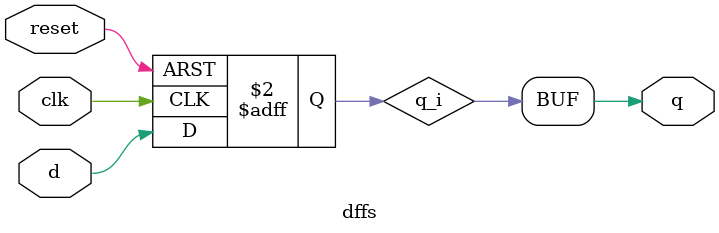
<source format=v>
/* This file contains all the basic elements required for this project. Each elements are defined in separate modules*/

/* D-Flip Flop*/
module dff(/*AUTOARG*/
   // Outputs
   q, q_bar,
   // Inputs
   d, clk, reset
   );

   parameter DELAY = 1;
   
   input d,clk,reset;
   output q, q_bar;

   reg 	  q_i;
 	  
   /*AUTOREG*/
  
   always @(posedge clk or posedge reset) begin
      if(reset) begin
	 q_i <= 1'b0; //using non blocking assignments for the sequential logic
      end else begin
	 q_i <= d;
      end
   end
  assign #DELAY q = q_i;
  assign #DELAY q_bar = ~q_i;   
endmodule // dff

/*NOT gate*/
module inv(/*AUTOARG*/
   // Outputs
   idash,
   // Inputs
   i
   );

   parameter DELAY = 1;

   output idash;
   input i;

   assign #DELAY idash = !i;   
endmodule // inv

/* 2 input AND gate*/
module and2(/*AUTOARG*/
   // Outputs
   q,
   // Inputs
   a, b
   );

   parameter DELAY = 1;

   output q;
   input  a, b;

   assign #DELAY q = a & b;
endmodule // and2

/* 3 input AND gate*/
module and3(/*AUTOARG*/
   // Outputs
   q,
   // Inputs
   a, b, c
   );

   parameter DELAY = 1;

   output q;
   input  a, b, c;

   assign #DELAY q = a & b & c;
endmodule // and3

/* 2 input OR gate*/
module or2 (/*AUTOARG*/
   // Outputs
   q,
   // Inputs
   a, b
   );

   parameter DELAY = 1;

   output q;
   input  a, b;

   assign #DELAY q = a | b;   
endmodule // or2

/* 2 input nor gate*/
module nor2(/*AUTOARG*/
   // Outputs
   q,
   // Inputs
   a, b
   );
   parameter DELAY = 1;

   output q;
   input  a, b;

   assign #DELAY q = ~ (a | b);
endmodule // nor2

/* 3 input OR gate*/
module or3( /*AUTOARG*/
   // Outputs
   q,
   // Inputs
   a, b, c
   );

   parameter DELAY = 1;

   output q;
   input  a, b, c;

   assign #DEALAY q = a | b | c;
endmodule // or3

/* 2 input EXOR gate*/ 
module xor2(/*AUTOARG*/
   // Outputs
   q,
   // Inputs
   a, b
   );
   
   parameter DELAY = 1;

   output q;
   input  a, b;

   assign #DELAY q = a ^ b;
endmodule // xor2

/* 3 input EXOR gate*/
module xor3(/*AUTOARG*/
   // Outputs
   q,
   // Inputs
   a, b, c
   );

   parameter DELAY = 1;

   output q;
   input  a, b, c;

   assign #DELAY q = a ^ b ^ c;   
endmodule // xor3

/* S-R latch built using NOR gates*/
module srlatch(/*AUTOARG*/
   // Outputs
   q, qbar,
   // Inputs
   s, r
   );

   parameter DELAY = 1;

   output q, qbar;
   input  s, r;

   /*AUTOREG*/
   // Beginning of automatic regs (for this module's undeclared outputs)
   reg			q;
   reg			qbar;
   // End of automatics
   wire qbar_i, q_i;
   nor2 norx(qbar_i, s, q_i);
   nor2 nory(q_i, r, qbar_i);  
        always @* begin
                qbar = #DELAY qbar_i;
                q = #DELAY q_i; 
        end  
   //assign #DELAY qbar =  qbar_i;
   //assign #DELAY q = q_i;      
endmodule // srlatch

   
/* Delay element*/
module delay(/*AUTOARG*/
   // Outputs
   q,
   // Inputs
   i
   );

   parameter DELAY = 1;

   output q;
   input  i;

   assign #DELAY q = i;
endmodule // delay

/* Muller-c element*/
module celement(/*AUTOARG*/
   // Outputs
   q,
   // Inputs
   a, b, reset
   );
   
   parameter DELAY = 1;
   output q;
   input  a, b, reset;

   /*AUTOREG*/
   // Beginning of automatic regs (for this module's undeclared outputs)
   reg			q;
   // End of automatics
   always @(*) begin
      if(reset) begin
	 q <= 0;	 
      end else if(a == b) begin
	 q <= #DELAY b;	 
      end            
   end
endmodule // celement
   
/* Data register with multiple buswidth*/
module regdata(/*AUTOARG*/
   // Outputs
   q,
   // Inputs
   a, clk, reset
   );
   `include "def.v"

   parameter DELAY = 1;

   output [DATA_MSB:0] q;
   input [DATA_MSB:0]  a;
   input 	       clk, reset;
   
   reg [DATA_MSB:0]    q_i;    
   
   always @(posedge clk or posedge reset) begin
      if(reset) begin
	 q_i <= 0;
      end else begin
	 q_i <= a;	 
      end      
   end
   assign #DELAY q = q_i;   
endmodule // regdata

/*T-flip flop */
module tff(/*AUTOARG*/
   // Outputs
   q, qbar,
   // Inputs
   t, clk, reset
   );

   parameter DELAY = 1;

   output q, qbar;
   input  t, clk, reset;

   reg 	  q_i;
   
   always@(posedge clk or posedge reset) begin
      if(reset) begin
	 q_i <= 1'b0;	
      end else if(t) begin
	 q_i <= ~q_i;	 
      end      
   end

   assign #DELAY q = q_i;
   assign #DELAY qbar = ~q_i;
endmodule // tff

/* MUX 2:1*/
module mux(/*AUTOARG*/
   // Outputs
   q,
   // Inputs
   a, s
   );

   parameter DELAY = 1;

   output q;
   input [1:0] a;
   input       s;

   assign #DELAY q = s ? a[1] : a[0];
endmodule // mux

/* Data register with multiple buswidth and enable input*/
module regdataen(/*AUTOARG*/
   // Outputs
   q,
   // Inputs
   a, en, reset, clk
   );
   `include "def.v"

   parameter DELAY = 1;

   output [DATA_MSB:0] q;
   input [DATA_MSB:0]  a;
   input 	       en, reset, clk;
   
   reg [DATA_MSB:0]    q_i;    
   
   always @(posedge en or posedge clk or posedge reset) begin
      if(reset) begin
	 q_i <= 0;
      end else if(en) begin
	 q_i <= a;	 
      end      
   end
   assign #DELAY q = q_i;   
endmodule // regdataen

/* Data register with multiple buswidth and enable + enable* input*/
module regdataenstar(/*AUTOARG*/
   // Outputs
   q,
   // Inputs
   a, en, reset, enstar, clk
   );
   `include "def.v"

   parameter DELAY = 1;

   output [DATA_MSB:0] q;
   input [DATA_MSB:0]  a;
   input 	       en, reset, enstar,clk;
   
   reg [DATA_MSB:0]    q_i;    
   
   always @(posedge en or posedge enstar or posedge clk or posedge reset ) begin
      if(reset) begin
	 q_i <= 0;
      end else if(en && enstar) begin
	 q_i <= a;	 
      end      
   end
   assign #DELAY q = q_i;   
endmodule // regdataenstar

/* Register with enable, enable star and async reset */
module regenstar(/*AUTOARG*/
   // Outputs
   q,
   // Inputs
   a, en, reset, enstar, clk
   );
 
   parameter DELAY = 1;

   output q;
   input  a;
   input  en, reset, enstar, clk;
   
   reg q_i;    
   
   always @(posedge en or posedge enstar or posedge clk or posedge reset) begin
      if(reset) begin
	 q_i <= 0;
      end else if(en && enstar) begin
	 q_i <= a;	 
      end      
   end
   assign #DELAY q = q_i;   
endmodule // regenstar

/* data flip flop without qbar */
module dffs(/*AUTOARG*/
   // Outputs
   q,
   // Inputs
   d, clk, reset
   );

   parameter DELAY = 1;
   
   input d,clk,reset;
   output q;

   reg 	  q_i;
 	  
   /*AUTOREG*/
  
   always @(posedge clk or posedge reset) begin
      if(reset) begin
	 q_i <= 1'b0; //using non blocking assignments for the sequential logic
      end else begin
	 q_i <= d;
      end
   end
  assign #DELAY q = q_i;
 
endmodule // dffs


/* Yet to be done :-) */
/* MUTEX element*/
/* D-Flip flop with Async reset and EN* */
/* Asynchronous Controllers for LDL*/


</source>
